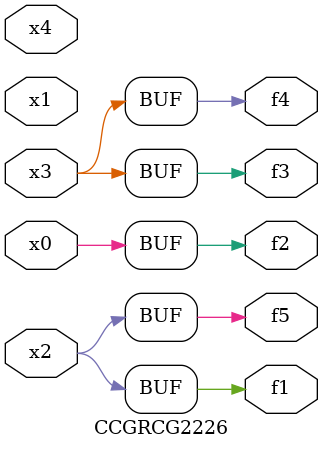
<source format=v>
module CCGRCG2226(
	input x0, x1, x2, x3, x4,
	output f1, f2, f3, f4, f5
);
	assign f1 = x2;
	assign f2 = x0;
	assign f3 = x3;
	assign f4 = x3;
	assign f5 = x2;
endmodule

</source>
